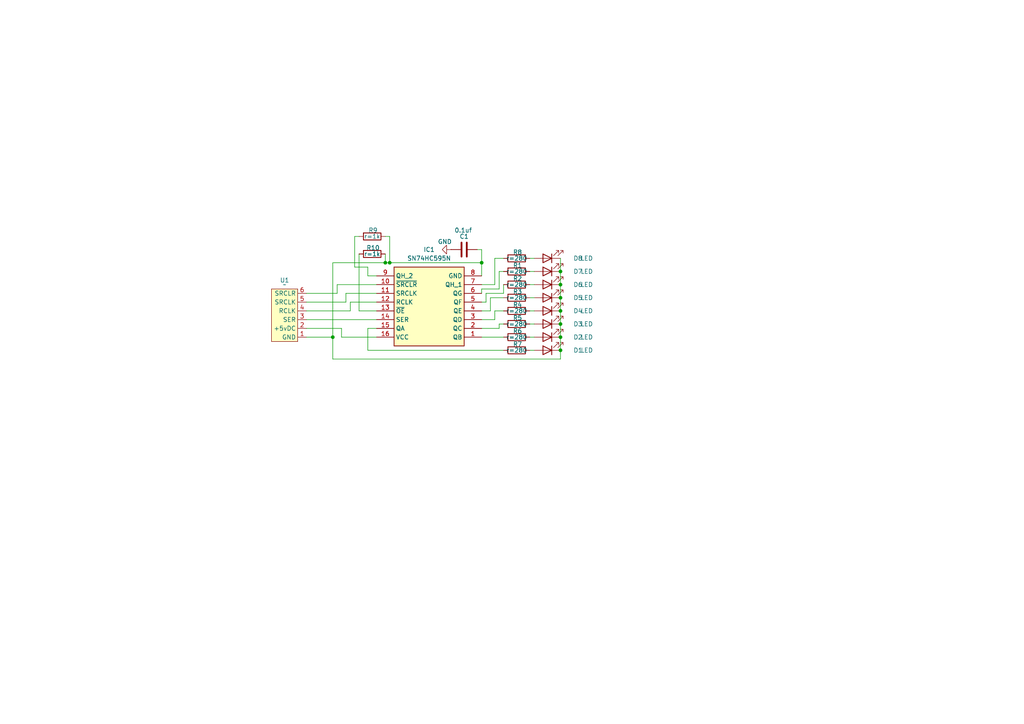
<source format=kicad_sch>
(kicad_sch (version 20231120) (generator "eeschema") (generator_version "8.0")
  (paper "A4")
  (title_block (title "Rosco Motorola 68k Status Register Display") (date "2024-03-17") (rev "v1.0") (company "Tyrell Keene (github.com/tywkeene) (tyrell.wkeene@gmail.com)"))
  (lib_symbols
    (symbol "Device:C" (pin_numbers hide) (pin_names (offset 0.254))
      (property "Reference" "C" (at 0.635 2.54 0))
      (property "Value" "C" (at 0.635 -2.54 0))
      (symbol "C_0_1"
        (polyline (pts (xy -2.032 -0.762) (xy 2.032 -0.762)) (stroke (width 0.508)))
        (polyline (pts (xy -2.032 0.762) (xy 2.032 0.762)) (stroke (width 0.508)))
      )
      (symbol "C_1_1"
        (pin passive line (at 0 3.81 270) (length 2.794) (name "~") (number "1"))
        (pin passive line (at 0 -3.81 90) (length 2.794) (name "~") (number "2"))
      )
    )
    (symbol "Device:LED" (pin_numbers hide) (pin_names (offset 1.016) hide)
      (property "Reference" "D" (at 0 2.54 0))
      (property "Value" "LED" (at 0 -2.54 0))
      (symbol "LED_0_1"
        (polyline (pts (xy -1.27 -1.27) (xy -1.27 1.27)) (stroke (width 0.254)))
        (polyline (pts (xy -1.27 0) (xy 1.27 0)))
        (polyline (pts (xy 1.27 -1.27) (xy 1.27 1.27) (xy -1.27 0) (xy 1.27 -1.27)) (stroke (width 0.254)))
        (polyline (pts (xy -3.048 -0.762) (xy -4.572 -2.286) (xy -3.81 -2.286) (xy -4.572 -2.286) (xy -4.572 -1.524)))
        (polyline (pts (xy -1.778 -0.762) (xy -3.302 -2.286) (xy -2.54 -2.286) (xy -3.302 -2.286) (xy -3.302 -1.524)))
      )
      (symbol "LED_1_1"
        (pin passive line (at -3.81 0 0) (length 2.54) (name "K") (number "1"))
        (pin passive line (at 3.81 0 180) (length 2.54) (name "A") (number "2"))
      )
    )
    (symbol "Device:R" (pin_numbers hide) (pin_names (offset 0))
      (property "Reference" "R" (at 2.032 0 90))
      (property "Value" "R" (at 0 0 90))
      (symbol "R_0_1"
        (rectangle (start -1.016 -2.54) (end 1.016 2.54) (stroke (width 0.254)))
      )
      (symbol "R_1_1"
        (pin passive line (at 0 3.81 270) (length 1.27) (name "~") (number "1"))
        (pin passive line (at 0 -3.81 90) (length 1.27) (name "~") (number "2"))
      )
    )
    (symbol "M68k-Status-Register:Connector"
      (property "Reference" "U1" (at 3.81 -20.32 0))
      (property "Value" "~" (at 3.81 -19.05 0))
      (symbol "Connector_1_1"
        (rectangle (start 0 -2.54) (end 7.62 -17.78) (fill (type background)))
        (pin input line (at -2.54 -3.81 0) (length 2.54) (name "GND") (number "1"))
        (pin power_in line (at -2.54 -6.35 0) (length 2.54) (name "+5vDC") (number "2"))
        (pin input line (at -2.54 -8.89 0) (length 2.54) (name "SER") (number "3"))
        (pin input line (at -2.54 -11.43 0) (length 2.54) (name "RCLK") (number "4"))
        (pin input line (at -2.54 -13.97 0) (length 2.54) (name "SRCLK") (number "5"))
        (pin input line (at -2.54 -16.51 0) (length 2.54) (name "SRCLR") (number "6"))
      )
    )
    (symbol "M68k-Status-Register:SN74HC595N"
      (property "Reference" "IC" (at 26.67 7.62 0))
      (property "Value" "SN74HC595N" (at 26.67 5.08 0))
      (symbol "SN74HC595N_1_1"
        (rectangle (start 5.08 2.54) (end 25.4 -20.32) (stroke (width 0.254)) (fill (type background)))
        (pin passive line (at 0 0 0) (length 5.08) (name "QB") (number "1"))
        (pin passive line (at 30.48 -15.24 180) (length 5.08) (name "~{SRCLR}") (number "10"))
        (pin input line (at 30.48 -12.7 180) (length 5.08) (name "SRCLK") (number "11"))
        (pin input line (at 30.48 -10.16 180) (length 5.08) (name "RCLK") (number "12"))
        (pin passive line (at 30.48 -7.62 180) (length 5.08) (name "~{OE}") (number "13"))
        (pin passive line (at 30.48 -5.08 180) (length 5.08) (name "SER") (number "14"))
        (pin passive line (at 30.48 -2.54 180) (length 5.08) (name "QA") (number "15"))
        (pin power_in line (at 30.48 0 180) (length 5.08) (name "VCC") (number "16"))
        (pin passive line (at 0 -2.54 0) (length 5.08) (name "QC") (number "2"))
        (pin passive line (at 0 -5.08 0) (length 5.08) (name "QD") (number "3"))
        (pin passive line (at 0 -7.62 0) (length 5.08) (name "QE") (number "4"))
        (pin passive line (at 0 -10.16 0) (length 5.08) (name "QF") (number "5"))
        (pin passive line (at 0 -12.7 0) (length 5.08) (name "QG") (number "6"))
        (pin passive line (at 0 -15.24 0) (length 5.08) (name "QH_1") (number "7"))
        (pin power_in line (at 0 -17.78 0) (length 5.08) (name "GND") (number "8"))
        (pin passive line (at 30.48 -17.78 180) (length 5.08) (name "QH_2") (number "9"))
      )
    )
    (symbol "power:GND" (power) (pin_numbers hide) (pin_names (offset 0) hide)
      (property "Value" "GND" (at 0 -3.81 0))
      (symbol "GND_0_1"
        (polyline (pts (xy 0 0) (xy 0 -1.27) (xy 1.27 -1.27) (xy 0 -2.54) (xy -1.27 -1.27) (xy 0 -1.27)))
      )
      (symbol "GND_1_1"
        (pin power_in line (at 0 0 270) (length 0) (name "~") (number "1"))
      )
    )
  )
  (junction (at 162.56 86.36))
  (junction (at 139.7 76.2))
  (junction (at 162.56 97.79))
  (junction (at 113.03 76.2))
  (junction (at 111.76 76.2))
  (junction (at 162.56 90.17))
  (junction (at 96.52 97.79))
  (junction (at 162.56 93.98))
  (junction (at 162.56 101.6))
  (junction (at 162.56 78.74))
  (junction (at 162.56 82.55))
  (wire (pts (xy 146.05 85.09) (xy 146.05 82.55)))
  (wire (pts (xy 101.6 87.63) (xy 109.22 87.63)))
  (wire (pts (xy 106.68 101.6) (xy 146.05 101.6)))
  (wire (pts (xy 153.67 90.17) (xy 154.94 90.17)))
  (wire (pts (xy 153.67 82.55) (xy 154.94 82.55)))
  (wire (pts (xy 99.06 97.79) (xy 109.22 97.79)))
  (wire (pts (xy 153.67 78.74) (xy 154.94 78.74)))
  (wire (pts (xy 162.56 82.55) (xy 162.56 78.74)))
  (wire (pts (xy 97.79 85.09) (xy 97.79 82.55)))
  (wire (pts (xy 88.9 90.17) (xy 101.6 90.17)))
  (wire (pts (xy 153.67 101.6) (xy 154.94 101.6)))
  (wire (pts (xy 142.24 86.36) (xy 146.05 86.36)))
  (wire (pts (xy 144.78 93.98) (xy 146.05 93.98)))
  (wire (pts (xy 88.9 92.71) (xy 109.22 92.71)))
  (wire (pts (xy 138.43 72.39) (xy 139.7 72.39)))
  (wire (pts (xy 100.33 87.63) (xy 100.33 85.09)))
  (wire (pts (xy 109.22 80.01) (xy 106.68 80.01)))
  (wire (pts (xy 162.56 104.14) (xy 162.56 101.6)))
  (wire (pts (xy 102.87 68.58) (xy 104.14 68.58)))
  (wire (pts (xy 139.7 92.71) (xy 143.51 92.71)))
  (wire (pts (xy 96.52 76.2) (xy 96.52 97.79)))
  (wire (pts (xy 104.14 90.17) (xy 109.22 90.17)))
  (wire (pts (xy 140.97 85.09) (xy 146.05 85.09)))
  (wire (pts (xy 153.67 86.36) (xy 154.94 86.36)))
  (wire (pts (xy 144.78 95.25) (xy 144.78 93.98)))
  (wire (pts (xy 88.9 95.25) (xy 99.06 95.25)))
  (wire (pts (xy 104.14 73.66) (xy 104.14 90.17)))
  (wire (pts (xy 88.9 97.79) (xy 96.52 97.79)))
  (wire (pts (xy 111.76 76.2) (xy 113.03 76.2)))
  (wire (pts (xy 97.79 82.55) (xy 109.22 82.55)))
  (wire (pts (xy 113.03 68.58) (xy 113.03 76.2)))
  (wire (pts (xy 139.7 72.39) (xy 139.7 76.2)))
  (wire (pts (xy 139.7 76.2) (xy 139.7 80.01)))
  (wire (pts (xy 162.56 86.36) (xy 162.56 82.55)))
  (wire (pts (xy 153.67 93.98) (xy 154.94 93.98)))
  (wire (pts (xy 106.68 80.01) (xy 106.68 77.47)))
  (wire (pts (xy 143.51 74.93) (xy 146.05 74.93)))
  (wire (pts (xy 162.56 93.98) (xy 162.56 90.17)))
  (wire (pts (xy 106.68 77.47) (xy 102.87 77.47)))
  (wire (pts (xy 88.9 85.09) (xy 97.79 85.09)))
  (wire (pts (xy 100.33 85.09) (xy 109.22 85.09)))
  (wire (pts (xy 139.7 90.17) (xy 142.24 90.17)))
  (wire (pts (xy 111.76 73.66) (xy 111.76 76.2)))
  (wire (pts (xy 139.7 83.82) (xy 144.78 83.82)))
  (wire (pts (xy 101.6 90.17) (xy 101.6 87.63)))
  (wire (pts (xy 162.56 78.74) (xy 162.56 74.93)))
  (wire (pts (xy 139.7 85.09) (xy 139.7 83.82)))
  (wire (pts (xy 139.7 82.55) (xy 143.51 82.55)))
  (wire (pts (xy 139.7 87.63) (xy 140.97 87.63)))
  (wire (pts (xy 106.68 95.25) (xy 106.68 101.6)))
  (wire (pts (xy 111.76 68.58) (xy 113.03 68.58)))
  (wire (pts (xy 99.06 95.25) (xy 99.06 97.79)))
  (wire (pts (xy 96.52 104.14) (xy 96.52 97.79)))
  (wire (pts (xy 162.56 97.79) (xy 162.56 93.98)))
  (wire (pts (xy 140.97 87.63) (xy 140.97 85.09)))
  (wire (pts (xy 144.78 78.74) (xy 146.05 78.74)))
  (wire (pts (xy 143.51 90.17) (xy 146.05 90.17)))
  (wire (pts (xy 143.51 82.55) (xy 143.51 74.93)))
  (wire (pts (xy 113.03 76.2) (xy 139.7 76.2)))
  (wire (pts (xy 88.9 87.63) (xy 100.33 87.63)))
  (wire (pts (xy 139.7 97.79) (xy 146.05 97.79)))
  (wire (pts (xy 162.56 101.6) (xy 162.56 97.79)))
  (wire (pts (xy 162.56 90.17) (xy 162.56 86.36)))
  (wire (pts (xy 96.52 104.14) (xy 162.56 104.14)))
  (wire (pts (xy 109.22 95.25) (xy 106.68 95.25)))
  (wire (pts (xy 139.7 95.25) (xy 144.78 95.25)))
  (wire (pts (xy 143.51 92.71) (xy 143.51 90.17)))
  (wire (pts (xy 102.87 77.47) (xy 102.87 68.58)))
  (wire (pts (xy 153.67 74.93) (xy 154.94 74.93)))
  (wire (pts (xy 144.78 83.82) (xy 144.78 78.74)))
  (wire (pts (xy 142.24 90.17) (xy 142.24 86.36)))
  (wire (pts (xy 96.52 76.2) (xy 111.76 76.2)))
  (wire (pts (xy 153.67 97.79) (xy 154.94 97.79)))
  (symbol (lib_id "Device:C") (at 134.62 72.39 270) (unit 1)
    (property "Reference" "C1" (at 134.62 68.58 90))
    (property "Value" "0.1uf" (at 134.366 66.802 90))
    (property "Description" "Unpolarized capacitor" (effects (hide yes)))
  )
  (symbol (lib_id "power:GND") (at 130.81 72.39 270) (unit 1)
    (property "Reference" "#PWR01" (effects (hide yes)))
    (property "Value" "GND" (at 131.064 70.104 90) (effects (justify right)))
    (property "Description" "Power symbol creates a global label with name \"GND\" , ground" (effects (hide yes)))
  )
  (symbol (lib_id "Device:R") (at 149.86 93.98 90) (unit 1)
    (property "Reference" "R5" (at 150.114 92.202 90))
    (property "Value" "${SIM.PARAMS}" (at 149.86 93.98 90))
    (property "Footprint" "Resistor_THT:R_Axial_DIN0617_L17.0mm_D6.0mm_P20.32mm_Horizontal" (effects (hide yes)))
    (property "Description" "Resistor" (effects (hide yes)))
    (property "Sim.Device" "R" (effects (hide yes)))
    (property "Sim.Params" "r=280" (effects (hide yes)))
    (property "Sim.Pins" "1=+ 2=-" (effects (hide yes)))
  )
  (symbol (lib_id "Device:R") (at 149.86 82.55 90) (unit 1)
    (property "Reference" "R2" (at 150.114 80.772 90))
    (property "Value" "${SIM.PARAMS}" (at 149.86 82.55 90))
    (property "Footprint" "Resistor_THT:R_Axial_DIN0617_L17.0mm_D6.0mm_P20.32mm_Horizontal" (effects (hide yes)))
    (property "Description" "Resistor" (effects (hide yes)))
    (property "Sim.Device" "R" (effects (hide yes)))
    (property "Sim.Params" "r=280" (effects (hide yes)))
    (property "Sim.Pins" "1=+ 2=-" (effects (hide yes)))
  )
  (symbol (lib_id "Device:R") (at 107.95 73.66 90) (unit 1)
    (property "Reference" "R10" (at 108.204 71.882 90))
    (property "Value" "${SIM.PARAMS}" (at 107.95 73.66 90))
    (property "Footprint" "Resistor_THT:R_Axial_DIN0617_L17.0mm_D6.0mm_P20.32mm_Horizontal" (effects (hide yes)))
    (property "Description" "Resistor" (effects (hide yes)))
    (property "Sim.Device" "R" (effects (hide yes)))
    (property "Sim.Params" "r=1k" (effects (hide yes)))
    (property "Sim.Pins" "1=+ 2=-" (effects (hide yes)))
  )
  (symbol (lib_id "Device:LED") (at 158.75 78.74 180) (unit 1)
    (property "Reference" "D7" (at 167.64 78.74 0))
    (property "Value" "LED" (at 170.18 78.74 0))
    (property "Description" "Light emitting diode" (effects (hide yes)))
  )
  (symbol (lib_id "Device:LED") (at 158.75 90.17 180) (unit 1)
    (property "Reference" "D4" (at 167.64 90.17 0))
    (property "Value" "LED" (at 170.18 90.17 0))
    (property "Description" "Light emitting diode" (effects (hide yes)))
  )
  (symbol (lib_id "Device:R") (at 149.86 90.17 90) (unit 1)
    (property "Reference" "R4" (at 150.114 88.392 90))
    (property "Value" "${SIM.PARAMS}" (at 149.86 90.17 90))
    (property "Footprint" "Resistor_THT:R_Axial_DIN0617_L17.0mm_D6.0mm_P20.32mm_Horizontal" (effects (hide yes)))
    (property "Description" "Resistor" (effects (hide yes)))
    (property "Sim.Device" "R" (effects (hide yes)))
    (property "Sim.Params" "r=280" (effects (hide yes)))
    (property "Sim.Pins" "1=+ 2=-" (effects (hide yes)))
  )
  (symbol (lib_id "Device:LED") (at 158.75 97.79 180) (unit 1)
    (property "Reference" "D2" (at 167.64 97.79 0))
    (property "Value" "LED" (at 170.18 97.79 0))
    (property "Description" "Light emitting diode" (effects (hide yes)))
  )
  (symbol (lib_id "Device:LED") (at 158.75 82.55 180) (unit 1)
    (property "Reference" "D6" (at 167.64 82.55 0))
    (property "Value" "LED" (at 170.18 82.55 0))
    (property "Description" "Light emitting diode" (effects (hide yes)))
  )
  (symbol (lib_id "Device:R") (at 149.86 74.93 90) (unit 1)
    (property "Reference" "R8" (at 150.114 73.152 90))
    (property "Value" "${SIM.PARAMS}" (at 149.86 74.93 90))
    (property "Footprint" "Resistor_THT:R_Axial_DIN0617_L17.0mm_D6.0mm_P20.32mm_Horizontal" (effects (hide yes)))
    (property "Description" "Resistor" (effects (hide yes)))
    (property "Sim.Device" "R" (effects (hide yes)))
    (property "Sim.Params" "r=280" (effects (hide yes)))
    (property "Sim.Pins" "1=+ 2=-" (effects (hide yes)))
  )
  (symbol (lib_id "Device:R") (at 107.95 68.58 90) (unit 1)
    (property "Reference" "R9" (at 108.204 66.802 90))
    (property "Value" "${SIM.PARAMS}" (at 107.95 68.58 90))
    (property "Footprint" "Resistor_THT:R_Axial_DIN0617_L17.0mm_D6.0mm_P20.32mm_Horizontal" (effects (hide yes)))
    (property "Description" "Resistor" (effects (hide yes)))
    (property "Sim.Device" "R" (effects (hide yes)))
    (property "Sim.Params" "r=1k" (effects (hide yes)))
    (property "Sim.Pins" "1=+ 2=-" (effects (hide yes)))
  )
  (symbol (lib_id "Device:R") (at 149.86 78.74 90) (unit 1)
    (property "Reference" "R1" (at 150.114 76.962 90))
    (property "Value" "${SIM.PARAMS}" (at 149.86 78.74 90))
    (property "Footprint" "Resistor_THT:R_Axial_DIN0617_L17.0mm_D6.0mm_P20.32mm_Horizontal" (effects (hide yes)))
    (property "Description" "Resistor" (effects (hide yes)))
    (property "Sim.Device" "R" (effects (hide yes)))
    (property "Sim.Params" "r=280" (effects (hide yes)))
    (property "Sim.Pins" "1=+ 2=-" (effects (hide yes)))
  )
  (symbol (lib_id "Device:LED") (at 158.75 101.6 180) (unit 1)
    (property "Reference" "D1" (at 167.64 101.6 0))
    (property "Value" "LED" (at 170.18 101.6 0))
    (property "Description" "Light emitting diode" (effects (hide yes)))
  )
  (symbol (lib_id "Device:LED") (at 158.75 86.36 180) (unit 1)
    (property "Reference" "D5" (at 167.64 86.36 0))
    (property "Value" "LED" (at 170.18 86.36 0))
    (property "Description" "Light emitting diode" (effects (hide yes)))
  )
  (symbol (lib_id "Device:R") (at 149.86 97.79 90) (unit 1)
    (property "Reference" "R6" (at 150.114 96.012 90))
    (property "Value" "${SIM.PARAMS}" (at 149.86 97.79 90))
    (property "Footprint" "Resistor_THT:R_Axial_DIN0617_L17.0mm_D6.0mm_P20.32mm_Horizontal" (effects (hide yes)))
    (property "Description" "Resistor" (effects (hide yes)))
    (property "Sim.Device" "R" (effects (hide yes)))
    (property "Sim.Params" "r=280" (effects (hide yes)))
    (property "Sim.Pins" "1=+ 2=-" (effects (hide yes)))
  )
  (symbol (lib_id "M68k-Status-Register:Connector") (at 86.36 101.6 180) (unit 1)
    (property "Reference" "U1" (at 82.55 81.28 0))
    (property "Value" "~" (at 82.55 82.55 0))
  )
  (symbol (lib_id "Device:LED") (at 158.75 74.93 180) (unit 1)
    (property "Reference" "D8" (at 167.64 74.93 0))
    (property "Value" "LED" (at 170.18 74.93 0))
    (property "Description" "Light emitting diode" (effects (hide yes)))
  )
  (symbol (lib_id "Device:LED") (at 158.75 93.98 180) (unit 1)
    (property "Reference" "D3" (at 167.64 93.98 0))
    (property "Value" "LED" (at 170.18 93.98 0))
    (property "Description" "Light emitting diode" (effects (hide yes)))
  )
  (symbol (lib_id "M68k-Status-Register:SN74HC595N") (at 139.7 97.79 180) (unit 1)
    (property "Reference" "IC1" (at 124.46 72.39 0))
    (property "Value" "SN74HC595N" (at 124.46 74.93 0))
    (property "Footprint" "DIP794W53P254L1930H508Q16N" (effects (hide yes)))
    (property "Datasheet" "http://www.ti.com/lit/ds/symlink/sn74hc595.pdf" (effects (hide yes)))
    (property "Description" "8-Bit Shift Registers With 3-State Output Registers" (effects (hide yes)))
    (property "Height" "5.08" (effects (hide yes)))
    (property "Manufacturer_Name" "Texas Instruments" (effects (hide yes)))
    (property "Manufacturer_Part_Number" "SN74HC595N" (effects (hide yes)))
    (property "Mouser Part Number" "595-SN74HC595N" (effects (hide yes)))
    (property "Mouser Price/Stock" "https://www.mouser.co.uk/ProductDetail/Texas-Instruments/SN74HC595N?qs=IEl3ej0IqwBTHkYa8XPoMQ%3D%3D" (effects (hide yes)))
    (property "Arrow Part Number" "SN74HC595N" (effects (hide yes)))
    (property "Arrow Price/Stock" "https://www.arrow.com/en/products/sn74hc595n/texas-instruments?region=nac" (effects (hide yes)))
  )
  (symbol (lib_id "Device:R") (at 149.86 86.36 90) (unit 1)
    (property "Reference" "R3" (at 150.114 84.582 90))
    (property "Value" "${SIM.PARAMS}" (at 149.86 86.36 90))
    (property "Footprint" "Resistor_THT:R_Axial_DIN0617_L17.0mm_D6.0mm_P20.32mm_Horizontal" (effects (hide yes)))
    (property "Description" "Resistor" (effects (hide yes)))
    (property "Sim.Device" "R" (effects (hide yes)))
    (property "Sim.Params" "r=280" (effects (hide yes)))
    (property "Sim.Pins" "1=+ 2=-" (effects (hide yes)))
  )
  (symbol (lib_id "Device:R") (at 149.86 101.6 90) (unit 1)
    (property "Reference" "R7" (at 150.114 99.822 90))
    (property "Value" "${SIM.PARAMS}" (at 149.86 101.6 90))
    (property "Footprint" "Resistor_THT:R_Axial_DIN0617_L17.0mm_D6.0mm_P20.32mm_Horizontal" (effects (hide yes)))
    (property "Description" "Resistor" (effects (hide yes)))
    (property "Sim.Device" "R" (effects (hide yes)))
    (property "Sim.Params" "r=280" (effects (hide yes)))
    (property "Sim.Pins" "1=+ 2=-" (effects (hide yes)))
  )
)
</source>
